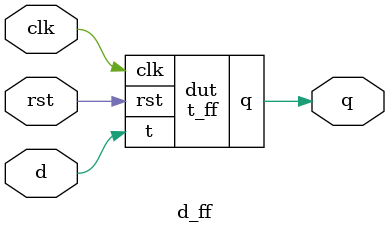
<source format=v>
module t_ff(output reg q,
input wire t,
input wire clk,rst
);
always @(posedge clk) begin
    if (rst)
    q <=0;
    else if(t)
    q<=~q;
    else
    q<=q;  
end 
endmodule
module d_ff (output q, input d, clk, rst);
  t_ff dut(.clk(clk), .rst(rst), .t(d), .q(q));
endmodule

</source>
